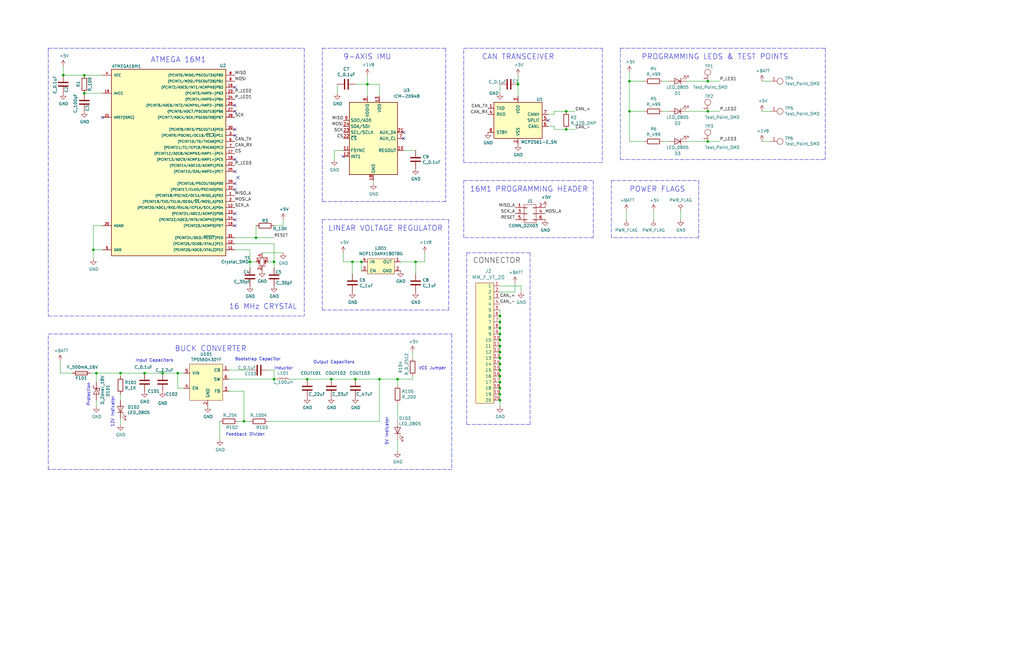
<source format=kicad_sch>
(kicad_sch (version 20211123) (generator eeschema)
  (paper "B")
  (title_block (title "OEM 9-Axis IMU") (date "2021-12-2") (rev "v01") (company "Olin Electric Motorsports") (comment 1 "Drew Pang"))
  (junction (at 210.82 161.29))
  (junction (at 298.45 34.29))
  (junction (at 105.41 110.49))
  (junction (at 210.82 168.91))
  (junction (at 102.87 177.8))
  (junction (at 115.57 110.49))
  (junction (at 265.43 46.99))
  (junction (at 35.56 39.37))
  (junction (at 50.8 157.48))
  (junction (at 298.45 59.69))
  (junction (at 210.82 143.51))
  (junction (at 210.82 151.13))
  (junction (at 210.82 158.75))
  (junction (at 218.44 35.56))
  (junction (at 210.82 153.67))
  (junction (at 107.95 100.33))
  (junction (at 265.43 34.29))
  (junction (at 149.86 160.02))
  (junction (at 210.82 146.05))
  (junction (at 210.82 148.59))
  (junction (at 152.4 110.49))
  (junction (at 210.82 138.43))
  (junction (at 148.59 110.49))
  (junction (at 238.76 46.99))
  (junction (at 210.82 166.37))
  (junction (at 210.82 133.35))
  (junction (at 154.94 35.56))
  (junction (at 129.54 160.02))
  (junction (at 160.02 160.02))
  (junction (at 40.64 157.48))
  (junction (at 26.67 31.75))
  (junction (at 210.82 135.89))
  (junction (at 139.7 160.02))
  (junction (at 210.82 140.97))
  (junction (at 238.76 54.61))
  (junction (at 115.57 160.02))
  (junction (at 39.37 105.41))
  (junction (at 175.26 110.49))
  (junction (at 60.96 157.48))
  (junction (at 167.64 160.02))
  (junction (at 210.82 163.83))
  (junction (at 35.56 31.75))
  (junction (at 68.58 157.48))
  (junction (at 74.93 157.48))
  (junction (at 210.82 156.21))
  (junction (at 298.45 46.99))
  (no_connect (at 99.06 46.99))
  (no_connect (at 144.78 66.04))
  (no_connect (at 99.06 67.31))
  (no_connect (at 99.06 80.01))
  (no_connect (at 100.33 74.93))
  (no_connect (at 170.18 58.42))
  (no_connect (at 99.06 77.47))
  (no_connect (at 99.06 92.71))
  (no_connect (at 170.18 55.88))
  (no_connect (at 99.06 90.17))
  (no_connect (at 99.06 36.83))
  (no_connect (at 99.06 72.39))
  (no_connect (at 99.06 54.61))
  (no_connect (at 99.06 44.45))
  (no_connect (at 99.06 57.15))
  (no_connect (at 43.18 49.53))
  (no_connect (at 99.06 95.25))
  (no_connect (at 231.14 50.8))
  (bus_entry (at -72.39 238.76) (size 2.54 2.54))
  (wire (pts (xy 115.57 95.25) (xy 119.38 95.25)))
  (wire (pts (xy 238.76 46.99) (xy 242.57 46.99)))
  (wire (pts (xy 154.94 35.56) (xy 154.94 40.64)))
  (wire (pts (xy 217.17 123.19) (xy 217.17 119.38)))
  (wire (pts (xy 105.41 110.49) (xy 105.41 105.41)))
  (polyline (pts (xy 261.62 20.32) (xy 261.62 67.31)))
  (polyline (pts (xy 254 68.58) (xy 195.58 68.58)))
  (wire (pts (xy 298.45 59.69) (xy 303.53 59.69)))
  (wire (pts (xy 99.06 100.33) (xy 107.95 100.33)))
  (wire (pts (xy 170.18 63.5) (xy 175.26 63.5)))
  (polyline (pts (xy 20.32 20.32) (xy 128.27 20.32)))
  (wire (pts (xy 210.82 163.83) (xy 210.82 166.37)))
  (polyline (pts (xy 195.58 20.32) (xy 254 20.32)))
  (wire (pts (xy 119.38 95.25) (xy 119.38 92.71)))
  (wire (pts (xy 140.97 63.5) (xy 140.97 67.31)))
  (wire (pts (xy 38.1 157.48) (xy 40.64 157.48)))
  (wire (pts (xy 210.82 130.81) (xy 210.82 133.35)))
  (wire (pts (xy 149.86 160.02) (xy 160.02 160.02)))
  (wire (pts (xy 265.43 46.99) (xy 271.78 46.99)))
  (polyline (pts (xy 195.58 76.2) (xy 250.19 76.2)))
  (polyline (pts (xy 187.96 20.32) (xy 187.96 85.09)))
  (wire (pts (xy 265.43 46.99) (xy 265.43 59.69)))
  (wire (pts (xy 50.8 157.48) (xy 50.8 158.75)))
  (wire (pts (xy 25.4 152.4) (xy 25.4 157.48)))
  (polyline (pts (xy 135.89 20.32) (xy 187.96 20.32)))
  (polyline (pts (xy 223.52 106.68) (xy 223.52 179.07)))
  (polyline (pts (xy 261.62 67.31) (xy 347.98 67.31)))
  (wire (pts (xy 39.37 105.41) (xy 39.37 95.25)))
  (wire (pts (xy 60.96 157.48) (xy 68.58 157.48)))
  (wire (pts (xy 175.26 110.49) (xy 179.07 110.49)))
  (wire (pts (xy 160.02 40.64) (xy 160.02 35.56)))
  (wire (pts (xy 160.02 160.02) (xy 167.64 160.02)))
  (wire (pts (xy 154.94 35.56) (xy 160.02 35.56)))
  (wire (pts (xy 279.4 34.29) (xy 281.94 34.29)))
  (wire (pts (xy 96.52 160.02) (xy 115.57 160.02)))
  (wire (pts (xy 210.82 148.59) (xy 210.82 151.13)))
  (wire (pts (xy 105.41 113.03) (xy 105.41 110.49)))
  (wire (pts (xy 92.71 177.8) (xy 92.71 185.42)))
  (wire (pts (xy 50.8 176.53) (xy 50.8 179.07)))
  (wire (pts (xy 110.49 106.68) (xy 119.38 106.68)))
  (wire (pts (xy 39.37 105.41) (xy 43.18 105.41)))
  (wire (pts (xy 218.44 35.56) (xy 218.44 31.75)))
  (wire (pts (xy 115.57 110.49) (xy 115.57 113.03)))
  (wire (pts (xy 154.94 35.56) (xy 149.86 35.56)))
  (polyline (pts (xy 190.5 140.97) (xy 190.5 198.12)))
  (polyline (pts (xy 196.85 106.68) (xy 196.85 179.07)))
  (polyline (pts (xy 254 20.32) (xy 254 68.58)))
  (wire (pts (xy 148.59 110.49) (xy 152.4 110.49)))
  (wire (pts (xy 210.82 140.97) (xy 210.82 143.51)))
  (wire (pts (xy 74.93 163.83) (xy 74.93 157.48)))
  (wire (pts (xy 289.56 46.99) (xy 298.45 46.99)))
  (polyline (pts (xy 257.81 100.33) (xy 257.81 76.2)))
  (wire (pts (xy 144.78 106.68) (xy 144.78 110.49)))
  (polyline (pts (xy 20.32 20.32) (xy 20.32 133.35)))
  (wire (pts (xy 39.37 95.25) (xy 43.18 95.25)))
  (wire (pts (xy 265.43 30.48) (xy 265.43 34.29)))
  (wire (pts (xy 96.52 165.1) (xy 102.87 165.1)))
  (wire (pts (xy 168.91 110.49) (xy 175.26 110.49)))
  (wire (pts (xy 231.14 53.34) (xy 233.68 53.34)))
  (wire (pts (xy 175.26 115.57) (xy 175.26 110.49)))
  (wire (pts (xy 113.03 110.49) (xy 115.57 110.49)))
  (polyline (pts (xy 195.58 68.58) (xy 195.58 20.32)))
  (wire (pts (xy 298.45 34.29) (xy 303.53 34.29)))
  (wire (pts (xy 275.59 92.71) (xy 275.59 88.9)))
  (wire (pts (xy 233.68 54.61) (xy 238.76 54.61)))
  (wire (pts (xy 179.07 106.68) (xy 179.07 110.49)))
  (wire (pts (xy 210.82 133.35) (xy 210.82 135.89)))
  (wire (pts (xy 289.56 34.29) (xy 298.45 34.29)))
  (wire (pts (xy 26.67 27.94) (xy 26.67 31.75)))
  (wire (pts (xy 107.95 100.33) (xy 115.57 100.33)))
  (wire (pts (xy 210.82 158.75) (xy 210.82 161.29)))
  (polyline (pts (xy 347.98 20.32) (xy 347.98 67.31)))
  (wire (pts (xy 325.12 59.69) (xy 321.31 59.69)))
  (wire (pts (xy 77.47 163.83) (xy 74.93 163.83)))
  (polyline (pts (xy 190.5 198.12) (xy 20.32 198.12)))
  (wire (pts (xy 154.94 35.56) (xy 154.94 31.75)))
  (wire (pts (xy 233.68 48.26) (xy 233.68 46.99)))
  (wire (pts (xy 40.64 157.48) (xy 50.8 157.48)))
  (wire (pts (xy 210.82 151.13) (xy 210.82 153.67)))
  (wire (pts (xy 298.45 46.99) (xy 303.53 46.99)))
  (polyline (pts (xy 128.27 20.32) (xy 128.27 133.35)))
  (wire (pts (xy 107.95 100.33) (xy 107.95 95.25)))
  (wire (pts (xy 144.78 110.49) (xy 148.59 110.49)))
  (wire (pts (xy 167.64 160.02) (xy 173.99 160.02)))
  (polyline (pts (xy 261.62 20.32) (xy 347.98 20.32)))
  (wire (pts (xy 231.14 48.26) (xy 233.68 48.26)))
  (wire (pts (xy 105.41 110.49) (xy 107.95 110.49)))
  (wire (pts (xy 265.43 34.29) (xy 265.43 46.99)))
  (polyline (pts (xy 135.89 92.71) (xy 135.89 130.81)))
  (wire (pts (xy 210.82 135.89) (xy 210.82 138.43)))
  (polyline (pts (xy 250.19 100.33) (xy 195.58 100.33)))
  (wire (pts (xy 102.87 177.8) (xy 105.41 177.8)))
  (wire (pts (xy 152.4 114.3) (xy 152.4 110.49)))
  (polyline (pts (xy 20.32 140.97) (xy 190.5 140.97)))
  (polyline (pts (xy 189.23 92.71) (xy 189.23 130.81)))
  (wire (pts (xy 40.64 161.29) (xy 40.64 157.48)))
  (wire (pts (xy 321.31 46.99) (xy 325.12 46.99)))
  (polyline (pts (xy 187.96 85.09) (xy 135.89 85.09)))
  (wire (pts (xy 210.82 161.29) (xy 210.82 163.83)))
  (polyline (pts (xy 20.32 198.12) (xy 20.32 140.97)))
  (wire (pts (xy 113.03 156.21) (xy 115.57 156.21)))
  (polyline (pts (xy 223.52 179.07) (xy 196.85 179.07)))
  (wire (pts (xy 210.82 146.05) (xy 210.82 148.59)))
  (wire (pts (xy 26.67 31.75) (xy 35.56 31.75)))
  (wire (pts (xy 115.57 160.02) (xy 116.84 160.02)))
  (wire (pts (xy 139.7 160.02) (xy 149.86 160.02)))
  (wire (pts (xy 210.82 120.65) (xy 219.71 120.65)))
  (wire (pts (xy 210.82 143.51) (xy 210.82 146.05)))
  (wire (pts (xy 115.57 102.87) (xy 99.06 102.87)))
  (wire (pts (xy 167.64 162.56) (xy 167.64 160.02)))
  (wire (pts (xy 210.82 166.37) (xy 210.82 168.91)))
  (wire (pts (xy 40.64 168.91) (xy 40.64 171.45)))
  (wire (pts (xy 121.92 160.02) (xy 129.54 160.02)))
  (wire (pts (xy 102.87 165.1) (xy 102.87 177.8)))
  (wire (pts (xy 35.56 39.37) (xy 43.18 39.37)))
  (wire (pts (xy 35.56 31.75) (xy 43.18 31.75)))
  (wire (pts (xy 39.37 109.22) (xy 39.37 105.41)))
  (wire (pts (xy 210.82 123.19) (xy 217.17 123.19)))
  (wire (pts (xy 157.48 76.2) (xy 157.48 77.47)))
  (wire (pts (xy 279.4 59.69) (xy 281.94 59.69)))
  (wire (pts (xy 96.52 156.21) (xy 105.41 156.21)))
  (polyline (pts (xy 195.58 100.33) (xy 195.58 76.2)))
  (polyline (pts (xy 135.89 130.81) (xy 189.23 130.81)))
  (wire (pts (xy 74.93 157.48) (xy 77.47 157.48)))
  (wire (pts (xy 265.43 59.69) (xy 271.78 59.69)))
  (wire (pts (xy 148.59 115.57) (xy 148.59 110.49)))
  (wire (pts (xy 50.8 166.37) (xy 50.8 168.91)))
  (wire (pts (xy 265.43 34.29) (xy 271.78 34.29)))
  (polyline (pts (xy 196.85 106.68) (xy 223.52 106.68)))
  (wire (pts (xy 287.02 88.9) (xy 287.02 92.71)))
  (polyline (pts (xy 135.89 92.71) (xy 189.23 92.71)))
  (wire (pts (xy 210.82 138.43) (xy 210.82 140.97)))
  (wire (pts (xy 144.78 63.5) (xy 140.97 63.5)))
  (polyline (pts (xy 294.64 76.2) (xy 294.64 100.33)))
  (wire (pts (xy 173.99 160.02) (xy 173.99 158.75)))
  (wire (pts (xy 142.24 39.37) (xy 142.24 35.56)))
  (polyline (pts (xy 20.32 133.35) (xy 128.27 133.35)))
  (wire (pts (xy 100.33 177.8) (xy 102.87 177.8)))
  (wire (pts (xy 238.76 54.61) (xy 242.57 54.61)))
  (wire (pts (xy 173.99 151.13) (xy 173.99 148.59)))
  (wire (pts (xy 321.31 34.29) (xy 325.12 34.29)))
  (wire (pts (xy 219.71 120.65) (xy 219.71 123.19)))
  (wire (pts (xy 115.57 110.49) (xy 115.57 102.87)))
  (wire (pts (xy 50.8 157.48) (xy 60.96 157.48)))
  (wire (pts (xy 233.68 46.99) (xy 238.76 46.99)))
  (wire (pts (xy 210.82 35.56) (xy 210.82 39.37)))
  (wire (pts (xy 25.4 157.48) (xy 30.48 157.48)))
  (wire (pts (xy 264.16 88.9) (xy 264.16 92.71)))
  (polyline (pts (xy 135.89 85.09) (xy 135.89 20.32)))
  (wire (pts (xy 129.54 160.02) (xy 139.7 160.02)))
  (wire (pts (xy 210.82 168.91) (xy 210.82 171.45)))
  (wire (pts (xy 279.4 46.99) (xy 281.94 46.99)))
  (wire (pts (xy 160.02 177.8) (xy 160.02 160.02)))
  (wire (pts (xy 210.82 153.67) (xy 210.82 156.21)))
  (wire (pts (xy 167.64 185.42) (xy 167.64 190.5)))
  (wire (pts (xy 115.57 156.21) (xy 115.57 160.02)))
  (wire (pts (xy 105.41 105.41) (xy 99.06 105.41)))
  (wire (pts (xy 210.82 156.21) (xy 210.82 158.75)))
  (polyline (pts (xy 250.19 76.2) (xy 250.19 100.33)))
  (wire (pts (xy 167.64 170.18) (xy 167.64 177.8)))
  (polyline (pts (xy 257.81 76.2) (xy 294.64 76.2)))
  (wire (pts (xy 289.56 59.69) (xy 298.45 59.69)))
  (polyline (pts (xy 294.64 100.33) (xy 257.81 100.33)))
  (wire (pts (xy 218.44 40.64) (xy 218.44 35.56)))
  (wire (pts (xy 68.58 157.48) (xy 74.93 157.48)))
  (wire (pts (xy 113.03 177.8) (xy 160.02 177.8)))
  (wire (pts (xy 233.68 53.34) (xy 233.68 54.61)))
  (text "Output Capacitors\n" (at 132.08 153.67 0) (effects (font (size 1.27 1.27)) (justify left bottom)))
  (text "VCC Jumper\n" (at 176.53 156.21 0) (effects (font (size 1.27 1.27)) (justify left bottom)))
  (text "Bootstrap Capacitor\n" (at 99.06 152.4 0) (effects (font (size 1.27 1.27)) (justify left bottom)))
  (text "12V Indicator" (at 48.26 180.34 90) (effects (font (size 1.27 1.27)) (justify left bottom)))
  (text "CAN TRANSCEIVER\n" (at 203.2 25.4 0) (effects (font (size 2.2606 2.2606)) (justify left bottom)))
  (text "Protection\n" (at 38.1 171.45 90) (effects (font (size 1.27 1.27)) (justify left bottom)))
  (text "16 MHz CRYSTAL\n" (at 96.52 130.81 0) (effects (font (size 2.2606 2.2606)) (justify left bottom)))
  (text "LINEAR VOLTAGE REGULATOR" (at 138.43 97.79 0) (effects (font (size 2.2606 2.2606)) (justify left bottom)))
  (text "Input Capacitors\n\n" (at 57.15 154.94 0) (effects (font (size 1.27 1.27)) (justify left bottom)))
  (text "16M1 PROGRAMMING HEADER\n" (at 198.12 81.28 0) (effects (font (size 2.2606 2.2606)) (justify left bottom)))
  (text "BUCK CONVERTER\n" (at 73.66 148.59 0) (effects (font (size 2.2606 2.2606)) (justify left bottom)))
  (text "POWER FLAGS\n" (at 265.43 81.28 0) (effects (font (size 2.2606 2.2606)) (justify left bottom)))
  (text "5V Indicator" (at 163.83 187.96 90) (effects (font (size 1.27 1.27)) (justify left bottom)))
  (text "Inductor\n" (at 115.57 156.21 0) (effects (font (size 1.27 1.27)) (justify left bottom)))
  (text "ATMEGA 16M1\n" (at 63.5 26.67 0) (effects (font (size 2.2606 2.2606)) (justify left bottom)))
  (text "PROGRAMMING LEDS & TEST POINTS" (at 270.51 25.4 0) (effects (font (size 2.2606 2.2606)) (justify left bottom)))
  (text "9-AXIS IMU" (at 144.78 25.4 0) (effects (font (size 2.2606 2.2606)) (justify left bottom)))
  (text "Feedback Divider\n" (at 95.25 184.15 0) (effects (font (size 1.27 1.27)) (justify left bottom)))
  (label "CS" (at 144.78 58.42 180))
  (label "MOSI_A" (at 229.87 90.17 0))
  (label "MISO" (at 144.78 50.8 180))
  (label "P_LED3" (at 303.53 59.69 0))
  (label "CAN_TX" (at 99.06 59.69 0))
  (label "MISO_A" (at 99.06 82.55 0))
  (label "P_LED2" (at 303.53 46.99 0))
  (label "P_LED1" (at 303.53 34.29 0))
  (label "CAN_-" (at 242.57 54.61 0))
  (label "MOSI" (at 144.78 53.34 180))
  (label "CAN_RX" (at 205.74 48.26 180))
  (label "CAN_RX" (at 99.06 62.23 0))
  (label "P_LED3" (at 99.06 69.85 0))
  (label "CS" (at 99.06 64.77 0))
  (label "MOSI" (at 99.06 34.29 0))
  (label "CAN_-" (at 210.82 128.27 0))
  (label "CONNECTOR" (at 199.39 111.76 0) (effects (font (size 2.2606 2.2606))))
  (label "P_LED1" (at 99.06 41.91 0))
  (label "MOSI_A" (at 99.06 85.09 0))
  (label "SCK" (at 99.06 49.53 0))
  (label "RESET" (at 217.17 92.71 180))
  (label "RESET" (at 115.57 100.33 0))
  (label "P_LED2" (at 99.06 39.37 0))
  (label "CAN_TX" (at 205.74 45.72 180))
  (label "CAN_+" (at 242.57 46.99 0))
  (label "SCK_A" (at 99.06 87.63 0))
  (label "SCK" (at 144.78 55.88 180))
  (label "MISO_A" (at 217.17 87.63 180))
  (label "SCK_A" (at 217.17 90.17 180))
  (label "MISO" (at 99.06 31.75 0))
  (label "CAN_+" (at 210.82 125.73 0))
  (symbol (lib_id "power:GND") (at 87.63 171.45 0) (unit 1)
    (property "Reference" "#PWR?" (effects hide))
    (property "Value" "GND" (at 87.757 175.8442 0))
  )
  (symbol (lib_id "power:GND") (at 68.58 165.1 0) (unit 1)
    (property "Reference" "#PWR?" (effects hide))
    (property "Value" "GND" (at 68.58 170.18 0))
  )
  (symbol (lib_id "power:GND") (at 60.96 165.1 0) (unit 1)
    (property "Reference" "#PWR?" (effects hide))
    (property "Value" "GND" (at 61.087 169.4942 0))
  )
  (symbol (lib_id "formula:C_0.1uF") (at 109.22 156.21 90) (unit 1)
    (property "Reference" "C103" (at 105.664 157.734 90))
    (property "Value" "C_0.1uF" (at 104.14 155.194 90))
    (property "Footprint" "footprints:C_0805_OEM" (effects hide))
    (property "Datasheet" "http://datasheets.avx.com/X7RDielectric.pdf" (effects hide))
    (property "MFN" "DK" (effects hide))
    (property "MPN" "478-3352-1-ND" (effects hide))
    (property "PurchasingLink" "https://www.digikey.com/products/en?keywords=478-3352-1-ND" (effects hide))
  )
  (symbol (lib_id "formula:C_2.2uF") (at 68.58 162.56 0) (unit 1)
    (property "Reference" "C102" (at 69.85 166.37 0) (effects (justify left)))
    (property "Value" "C_2.2uF" (at 65.532 156.21 0) (effects (justify left)))
    (property "Footprint" "footprints:C_0603_1608Metric" (effects hide))
    (property "Datasheet" "http://www.yageo.com/documents/recent/UPY-GPHC_X5R_4V-to-50V_25.pdf" (effects hide))
    (property "MFN" "DK" (effects hide))
    (property "MPN" "311-1451-1-ND" (effects hide))
    (property "PurchasingLink" "https://www.digikey.com/product-detail/en/yageo/CC0603KRX5R6BB225/311-1451-1-ND/2833757" (effects hide))
  )
  (symbol (lib_id "formula:C_0.1uF") (at 60.96 161.29 0) (unit 1)
    (property "Reference" "C101" (at 62.23 165.1 0) (effects (justify left)))
    (property "Value" "C_0.1uF" (at 56.642 154.94 0) (effects (justify left)))
    (property "Footprint" "footprints:C_0805_OEM" (effects hide))
    (property "Datasheet" "http://datasheets.avx.com/X7RDielectric.pdf" (effects hide))
    (property "MFN" "DK" (effects hide))
    (property "MPN" "478-3352-1-ND" (effects hide))
    (property "PurchasingLink" "https://www.digikey.com/products/en?keywords=478-3352-1-ND" (effects hide))
  )
  (symbol (lib_id "formula:R_100K") (at 109.22 177.8 270) (unit 1)
    (property "Reference" "R103" (at 107.95 180.34 90) (effects (justify left)))
    (property "Value" "R_100K" (at 105.41 175.26 90) (effects (justify left)))
    (property "Footprint" "footprints:R_0805_OEM" (effects hide))
    (property "Datasheet" "https://industrial.panasonic.com/cdbs/www-data/pdf/RDA0000/AOA0000C304.pdf" (effects hide))
    (property "MFN" "DK" (effects hide))
    (property "MPN" "P100KCCT-ND" (effects hide))
    (property "PurchasingLink" "https://www.digikey.com/product-detail/en/panasonic-electronic-components/ERJ-6ENF1003V/P100KCCT-ND/119551" (effects hide))
  )
  (symbol (lib_id "power:GND") (at 287.02 92.71 0) (unit 1)
    (property "Reference" "#PWR?" (effects hide))
    (property "Value" "GND" (at 287.147 97.1042 0))
  )
  (symbol (lib_id "formula:C_22uF") (at 129.54 163.83 0) (unit 1)
    (property "Reference" "COUT101" (at 126.746 157.48 0) (effects (justify left)))
    (property "Value" "C_22uF" (at 130.048 166.37 0) (effects (justify left)))
    (property "Footprint" "footprints:C_1206_OEM" (effects hide))
    (property "Datasheet" "https://product.tdk.com/info/en/catalog/datasheets/mlcc_commercial_general_en.pdf" (effects hide))
    (property "MFN" "DK" (effects hide))
    (property "MPN" "445-11693-1-ND" (effects hide))
    (property "PurchasingLink" "https://www.digikey.com/product-detail/en/tdk-corporation/C3216JB1C226M160AB/445-11693-1-ND/3953359" (effects hide))
  )
  (symbol (lib_id "formula:C_47uF") (at 149.86 163.83 0) (unit 1)
    (property "Reference" "COUT103" (at 147.32 157.48 0) (effects (justify left)))
    (property "Value" "C_47uF" (at 150.114 166.37 0) (effects (justify left)))
    (property "Footprint" "footprints:C_0805_OEM" (effects hide))
    (property "Datasheet" "http://www.samsungsem.com/kr/support/product-search/mlcc/__icsFiles/afieldfile/2018/06/22/CL21A476MQYNNNG.pdf" (effects hide))
    (property "MFN" "DK" (effects hide))
    (property "MPN" "1276-6467-1-ND" (effects hide))
    (property "PurchasingLink" "https://www.digikey.com/product-detail/en/samsung-electro-mechanics/CL21A476MQYNNNG/1276-6467-1-ND/5958095" (effects hide))
  )
  (symbol (lib_id "formula:C_33uF") (at 139.7 163.83 0) (unit 1)
    (property "Reference" "COUT102" (at 137.16 157.48 0) (effects (justify left)))
    (property "Value" "C_33uF" (at 139.954 166.37 0) (effects (justify left)))
    (property "Footprint" "footprints:Fuse_1812" (effects hide))
    (property "Datasheet" "https://product.tdk.com/info/en/catalog/datasheets/mlcc_commercial_general_en.pdf" (effects hide))
    (property "MFN" "C4532X7R1C336M250KC" (effects hide))
    (property "MPN" "445-3924-1-ND" (effects hide))
    (property "PurchasingLink" "https://www.digikey.com/product-detail/en/tdk-corporation/C4532X7R1C336M250KC/445-3924-1-ND/1923431" (effects hide))
  )
  (symbol (lib_id "formula:R_25K") (at 96.52 177.8 270) (unit 1)
    (property "Reference" "R102" (at 95.25 180.34 90) (effects (justify left)))
    (property "Value" "R_25K" (at 93.98 175.26 90) (effects (justify left)))
    (property "Footprint" "footprints:R_0805_OEM" (effects hide))
    (property "Datasheet" "https://www.te.com/commerce/DocumentDelivery/DDEController?Action=srchrtrv&DocNm=1773200-1&DocType=DS&DocLang=English" (effects hide))
    (property "MFN" "A124124CT-ND" (effects hide))
    (property "Digi-key Part Number" "CPF-A-0805B25KE" (effects hide))
    (property "PurchasingLink" "https://www.digikey.com/product-detail/en/te-connectivity-passive-product/CPF-A-0805B25KE/A124124CT-ND/5970044" (effects hide))
  )
  (symbol (lib_id "formula:F_500mA_16V") (at 34.29 157.48 270) (unit 1)
    (property "Reference" "F101" (at 34.29 159.512 90))
    (property "Value" "F_500mA_16V" (at 34.798 154.94 90))
    (property "Footprint" "footprints:Fuse_1210" (effects hide))
    (property "Datasheet" "https://belfuse.com/resources/CircuitProtection/datasheets/0ZCH%20Nov2016.pdf" (effects hide))
    (property "MFN" "DK" (effects hide))
    (property "MPN" "507-1786-1-ND" (effects hide))
    (property "PurchasingLink" "https://www.digikey.com/product-detail/en/bel-fuse-inc/0ZCH0050FF2G/507-1786-1-ND/4156209" (effects hide))
  )
  (symbol (lib_id "formula:R_0_2512") (at 173.99 154.94 0) (unit 1)
    (property "Reference" "R104" (at 168.91 154.94 90))
    (property "Value" "R_0_2512" (at 171.45 153.67 90))
    (property "Footprint" "footprints:R_2512_OEM" (effects hide))
    (property "Datasheet" "http://www.te.com/commerce/DocumentDelivery/DDEController?Action=srchrtrv&DocNm=9-1773463-7&DocType=DS&DocLang=English" (effects hide))
    (property "MFN" "DK" (effects hide))
    (property "MPN" "A121322CT-ND" (effects hide))
    (property "PurchasingLink" "https://www.digikey.com/products/en?keywords=A121322CT-ND" (effects hide))
  )
  (symbol (lib_id "formula:LED_0805") (at 167.64 181.61 90) (unit 1)
    (property "Reference" "D103" (at 168.148 176.53 90) (effects (justify right)))
    (property "Value" "LED_0805" (at 168.148 178.816 90) (effects (justify right)))
    (property "Footprint" "footprints:LED_0805_OEM" (effects hide))
    (property "Datasheet" "http://www.osram-os.com/Graphics/XPic9/00078860_0.pdf" (effects hide))
    (property "MFN" "DK" (effects hide))
    (property "MPN" "475-1410-1-ND" (effects hide))
    (property "PurchasingLink" "https://www.digikey.com/products/en?keywords=475-1410-1-ND" (effects hide))
  )
  (symbol (lib_id "formula:R_200") (at 167.64 166.37 0) (unit 1)
    (property "Reference" "R105" (at 169.418 165.2016 0) (effects (justify left)))
    (property "Value" "R_200" (at 169.418 167.513 0) (effects (justify left)))
    (property "Footprint" "footprints:R_0805_OEM" (effects hide))
    (property "Datasheet" "https://www.seielect.com/Catalog/SEI-RMCF_RMCP.pdf" (effects hide))
    (property "MFN" "DK" (effects hide))
    (property "MPN" "RMCF0805JT200RCT-ND" (effects hide))
    (property "PurchasingLink" "https://www.digikey.com/products/en?keywords=RMCF0805JT200RCT-ND" (effects hide))
  )
  (symbol (lib_id "power:GND") (at 167.64 190.5 0) (unit 1)
    (property "Reference" "#PWR?" (effects hide))
    (property "Value" "GND" (at 167.767 194.8942 0))
  )
  (symbol (lib_id "formula:D_Zener_18V") (at 40.64 165.1 270) (unit 1)
    (property "Reference" "D101" (at 45.466 164.846 0))
    (property "Value" "D_Zener_18V" (at 43.18 164.592 0))
    (property "Footprint" "footprints:DO-214AA" (effects hide))
    (property "Datasheet" "http://www.mccsemi.com/up_pdf/SMBJ5338B-SMBJ5388B(SMB).pdf" (effects hide))
    (property "MFN" "DK" (effects hide))
    (property "MPN" "SMBJ5355B-TPMSCT-ND" (effects hide))
    (property "PurchasingLink" "https://www.digikey.com/products/en?keywords=SMBJ5355B-TPMSCT-ND" (effects hide))
  )
  (symbol (lib_id "power:GND") (at 40.64 171.45 0) (unit 1)
    (property "Reference" "#PWR?" (effects hide))
    (property "Value" "GND" (at 40.767 175.8442 0))
  )
  (symbol (lib_id "formula:LED_0805") (at 50.8 172.72 90) (unit 1)
    (property "Reference" "D102" (at 53.7718 171.7548 90) (effects (justify right)))
    (property "Value" "LED_0805" (at 53.7718 174.0662 90) (effects (justify right)))
    (property "Footprint" "footprints:LED_0805_OEM" (effects hide))
    (property "Datasheet" "http://www.osram-os.com/Graphics/XPic9/00078860_0.pdf" (effects hide))
    (property "MFN" "DK" (effects hide))
    (property "MPN" "475-1410-1-ND" (effects hide))
    (property "PurchasingLink" "https://www.digikey.com/products/en?keywords=475-1410-1-ND" (effects hide))
  )
  (symbol (lib_id "power:GND") (at 50.8 179.07 0) (unit 1)
    (property "Reference" "#PWR?" (effects hide))
    (property "Value" "GND" (at 50.927 183.4642 0))
  )
  (symbol (lib_id "formula:TPS560430YF") (at 86.36 161.29 0) (unit 1)
    (property "Reference" "U101" (at 86.995 149.479 0))
    (property "Value" "TPS560430YF" (at 86.995 151.7904 0))
    (property "Footprint" "footprints:SOT-23-6_OEM" (effects hide))
    (property "Datasheet" "http://www.ti.com/lit/ds/symlink/tps560430.pdf" (effects hide))
    (property "MPN" "TPS560430YFDBVR" (effects hide))
    (property "MFN" "TPS560430YFDBVR-ND" (effects hide))
    (property "Purchasing Link" "https://www.digikey.com/product-detail/en/texas-instruments/TPS560430XDBVR/296-50420-6-ND/9685813" (effects hide))
  )
  (symbol (lib_id "power:GND") (at 92.71 185.42 0) (unit 1)
    (property "Reference" "#PWR?" (effects hide))
    (property "Value" "GND" (at 92.837 189.8142 0))
  )
  (symbol (lib_id "power:GND") (at 139.7 167.64 0) (unit 1)
    (property "Reference" "#PWR?" (effects hide))
    (property "Value" "GND" (at 139.827 172.0342 0))
  )
  (symbol (lib_id "formula:ATMEGA16M1") (at 71.12 74.93 0) (unit 1)
    (property "Reference" "U2" (at 93.98 27.686 0))
    (property "Value" "ATMEGA16M1" (at 53.34 27.94 0))
    (property "Footprint" "footprints:TQFP-32_7x7mm_Pitch0.8mm" (effects hide))
    (property "Datasheet" "http://ww1.microchip.com/downloads/en/DeviceDoc/Atmel-8209-8-bit%20AVR%20ATmega16M1-32M1-64M1_Datasheet.pdf" (effects hide))
    (property "MFN" "DK" (effects hide))
    (property "MPN" "ATMEGA16M1-AU-ND" (effects hide))
    (property "PurchasingLink" "https://www.digikey.com/product-detail/en/atmel/ATMEGA16M1-AU/ATMEGA16M1-AU-ND/2271208" (effects hide))
  )
  (symbol (lib_id "formula:R_100") (at 35.56 35.56 0) (unit 1)
    (property "Reference" "R1" (at 33.02 36.83 90) (effects (justify left)))
    (property "Value" "R_100" (at 37.846 38.608 90) (effects (justify left)))
    (property "Footprint" "footprints:R_0805_OEM" (effects hide))
    (property "Datasheet" "https://www.seielect.com/Catalog/SEI-rncp.pdf" (effects hide))
    (property "MFN" "DK" (effects hide))
    (property "MPN" "RNCP0805FTD100RCT-ND" (effects hide))
    (property "PurchasingLink" "https://www.digikey.com/products/en?keywords=RNCP0805FTD100RCT-ND" (effects hide))
  )
  (symbol (lib_id "formula:C_0.1uF") (at 26.67 35.56 0) (unit 1)
    (property "Reference" "C2" (at 27.94 39.116 90) (effects (justify left)))
    (property "Value" "C_0.1uF" (at 23.114 39.624 90) (effects (justify left)))
    (property "Footprint" "footprints:C_0805_OEM" (effects hide))
    (property "Datasheet" "http://datasheets.avx.com/X7RDielectric.pdf" (effects hide))
    (property "MFN" "DK" (effects hide))
    (property "MPN" "478-3352-1-ND" (effects hide))
    (property "PurchasingLink" "https://www.digikey.com/products/en?keywords=478-3352-1-ND" (effects hide))
  )
  (symbol (lib_id "formula:C_100pF") (at 35.56 43.18 0) (unit 1)
    (property "Reference" "C3" (at 36.83 46.99 90) (effects (justify left)))
    (property "Value" "C_100pF" (at 31.75 47.752 90) (effects (justify left)))
    (property "Footprint" "footprints:C_0805_OEM" (effects hide))
    (property "Datasheet" "https://katalog.we-online.de/pbs/datasheet/885012007057.pdf" (effects hide))
    (property "MFN" "DK" (effects hide))
    (property "MPN" "732-7852-1-ND" (effects hide))
    (property "PurchasingLink" "https://www.digikey.com/product-detail/en/wurth-electronics-inc/885012007057/732-7852-1-ND/5454479" (effects hide))
  )
  (symbol (lib_id "power:GND") (at 26.67 39.37 0) (unit 1)
    (property "Reference" "#PWR?" (effects hide))
    (property "Value" "GND" (at 26.797 43.7642 0))
  )
  (symbol (lib_id "power:GND") (at 35.56 46.99 0) (unit 1)
    (property "Reference" "#PWR?" (effects hide))
    (property "Value" "GND" (at 35.687 51.3842 0))
  )
  (symbol (lib_id "formula:Crystal_SMD") (at 110.49 110.49 0) (unit 1)
    (property "Reference" "Y1" (at 103.124 108.712 0) (effects (justify left)))
    (property "Value" "Crystal_SMD" (at 93.218 110.49 0) (effects (justify left)))
    (property "Footprint" "footprints:Crystal_SMD_FA238" (effects hide))
    (property "Datasheet" "http://www.txccorp.com/download/products/quartz_crystals/2015TXC_7M_17.pdf" (effects hide))
    (property "MFN" "DK" (effects hide))
    (property "MPN" "887-1125-1-ND" (effects hide))
    (property "PurchasingLink" "https://www.digikey.com/product-detail/en/txc-corporation/7M-16.000MAAJ-T/887-1125-1-ND/2119014" (effects hide))
  )
  (symbol (lib_id "formula:C_30pF") (at 105.41 116.84 0) (unit 1)
    (property "Reference" "C4" (at 102.616 114.808 0) (effects (justify left)))
    (property "Value" "C_30pF" (at 98.552 118.872 0) (effects (justify left)))
    (property "Footprint" "footprints:C_0805_OEM" (effects hide))
    (property "Datasheet" "https://media.digikey.com/pdf/Data%20Sheets/Samsung%20PDFs/CL_Series_MLCC_ds.pdf" (effects hide))
    (property "MFN" "DK" (effects hide))
    (property "MPN" "1276-1130-1-ND" (effects hide))
    (property "PurchasingLink" "https://www.digikey.com/product-detail/en/samsung-electro-mechanics-america-inc/CL21C300JBANNNC/1276-1130-1-ND/3889216" (effects hide))
  )
  (symbol (lib_id "formula:C_30pF") (at 115.57 116.84 0) (unit 1)
    (property "Reference" "C5" (at 116.078 114.808 0) (effects (justify left)))
    (property "Value" "C_30pF" (at 116.332 119.38 0) (effects (justify left)))
    (property "Footprint" "footprints:C_0805_OEM" (effects hide))
    (property "Datasheet" "https://media.digikey.com/pdf/Data%20Sheets/Samsung%20PDFs/CL_Series_MLCC_ds.pdf" (effects hide))
    (property "MFN" "DK" (effects hide))
    (property "MPN" "1276-1130-1-ND" (effects hide))
    (property "PurchasingLink" "https://www.digikey.com/product-detail/en/samsung-electro-mechanics-america-inc/CL21C300JBANNNC/1276-1130-1-ND/3889216" (effects hide))
  )
  (symbol (lib_id "formula:R_10K") (at 111.76 95.25 270) (unit 1)
    (property "Reference" "R3" (at 111.76 93.218 90))
    (property "Value" "R_10K" (at 118.11 96.52 90))
    (property "Footprint" "footprints:R_0805_OEM" (effects hide))
    (property "Datasheet" "http://www.bourns.com/data/global/pdfs/CRS.pdf" (effects hide))
    (property "MFN" "DK" (effects hide))
    (property "MPN" "CRS0805-FX-1002ELFCT-ND" (effects hide))
    (property "PurchasingLink" "https://www.digikey.com/products/en?keywords=CRS0805-FX-1002ELFCT-ND" (effects hide))
  )
  (symbol (lib_id "power:GND") (at 105.41 120.65 0) (unit 1)
    (property "Reference" "#PWR?" (effects hide))
    (property "Value" "GND" (at 105.537 125.0442 0))
  )
  (symbol (lib_id "power:GND") (at 115.57 120.65 0) (unit 1)
    (property "Reference" "#PWR?" (effects hide))
    (property "Value" "GND" (at 115.697 125.0442 0))
  )
  (symbol (lib_id "power:GND") (at 110.49 114.3 0) (unit 1)
    (property "Reference" "#PWR?" (effects hide))
    (property "Value" "GND" (at 110.617 118.6942 0))
  )
  (symbol (lib_id "power:GND") (at 119.38 106.68 0) (unit 1)
    (property "Reference" "#PWR?" (effects hide))
    (property "Value" "GND" (at 119.507 111.0742 0))
  )
  (symbol (lib_id "power:GND") (at 39.37 109.22 0) (unit 1)
    (property "Reference" "#PWR?" (effects hide))
    (property "Value" "GND" (at 39.497 113.6142 0))
  )
  (symbol (lib_id "formula:MCP2561-E_SN") (at 218.44 50.8 0) (unit 1)
    (property "Reference" "U1" (at 227.584 41.91 0))
    (property "Value" "MCP2561-E_SN" (at 227.33 59.944 0))
    (property "Footprint" "footprints:SOIC-8_3.9x4.9mm_Pitch1.27mm_OEM" (effects hide))
    (property "Datasheet" "http://www.microchip.com/mymicrochip/filehandler.aspx?ddocname=en561044" (effects hide))
    (property "MFN" "DK" (effects hide))
    (property "MPN" "MCP2561-E/SN-ND" (effects hide))
    (property "PurchasingLink" "https://www.digikey.com/products/en?keywords=mcp2561-e%2Fsn" (effects hide))
  )
  (symbol (lib_id "formula:C_0.1uF") (at 214.63 35.56 270) (unit 1)
    (property "Reference" "C1" (at 217.424 34.29 90))
    (property "Value" "C_0.1uF" (at 209.804 34.544 90))
    (property "Footprint" "footprints:C_0805_OEM" (effects hide))
    (property "Datasheet" "http://datasheets.avx.com/X7RDielectric.pdf" (effects hide))
    (property "MFN" "DK" (effects hide))
    (property "MPN" "478-3352-1-ND" (effects hide))
    (property "PurchasingLink" "https://www.digikey.com/products/en?keywords=478-3352-1-ND" (effects hide))
  )
  (symbol (lib_id "power:GND") (at 210.82 39.37 0) (unit 1)
    (property "Reference" "#PWR?" (effects hide))
    (property "Value" "GND" (at 208.28 39.37 0))
  )
  (symbol (lib_id "power:GND") (at 218.44 60.96 0) (unit 1)
    (property "Reference" "#PWR?" (effects hide))
    (property "Value" "GND" (at 218.567 65.3542 0))
  )
  (symbol (lib_id "power:GND") (at 205.74 55.88 0) (unit 1)
    (property "Reference" "#PWR?" (effects hide))
    (property "Value" "GND" (at 205.867 60.2742 0))
  )
  (symbol (lib_id "power:PWR_FLAG") (at 264.16 92.71 180) (unit 1)
    (property "Reference" "#FLG?" (effects hide))
    (property "Value" "PWR_FLAG" (at 264.16 97.1296 0))
  )
  (symbol (lib_id "power:PWR_FLAG") (at 275.59 92.71 180) (unit 1)
    (property "Reference" "#FLG?" (effects hide))
    (property "Value" "PWR_FLAG" (at 275.59 97.1296 0))
  )
  (symbol (lib_id "power:PWR_FLAG") (at 287.02 88.9 0) (unit 1)
    (property "Reference" "#FLG?" (effects hide))
    (property "Value" "PWR_FLAG" (at 287.02 84.4804 0))
  )
  (symbol (lib_id "formula:CONN_02X03") (at 223.52 90.17 0) (unit 1)
    (property "Reference" "J1" (at 223.52 84.836 0))
    (property "Value" "CONN_02X03" (at 220.726 95.25 0))
    (property "Footprint" "footprints:Pin_Header_Straight_2x03" (effects hide))
    (property "Datasheet" "http://portal.fciconnect.com/Comergent//fci/drawing/67996.pdf" (effects hide))
    (property "MFN" "DK" (effects hide))
    (property "MPN" "609-3234-ND" (effects hide))
    (property "PurchasingLink" "https://www.digikey.com/product-detail/en/amphenol-fci/67997-206HLF/609-3234-ND/1878491" (effects hide))
  )
  (symbol (lib_id "power:GND") (at 229.87 92.71 0) (unit 1)
    (property "Reference" "#PWR?" (effects hide))
    (property "Value" "GND" (at 229.997 97.1042 0))
  )
  (symbol (lib_id "formula:R_1K") (at 50.8 162.56 0) (unit 1)
    (property "Reference" "R101" (at 52.578 161.3916 0) (effects (justify left)))
    (property "Value" "R_1K" (at 52.578 163.703 0) (effects (justify left)))
    (property "Footprint" "footprints:R_0805_OEM" (effects hide))
    (property "Datasheet" "https://www.seielect.com/Catalog/SEI-rncp.pdf" (effects hide))
    (property "MFN" "DK" (effects hide))
    (property "MPN" "RNCP0805FTD1K00CT-ND" (effects hide))
    (property "PurchasingLink" "https://www.digikey.com/products/en?keywords=RNCP0805FTD1K00CT-ND" (effects hide))
  )
  (symbol (lib_id "power:GND") (at 129.54 167.64 0) (unit 1)
    (property "Reference" "#PWR?" (effects hide))
    (property "Value" "GND" (at 129.667 172.0342 0))
  )
  (symbol (lib_id "power:GND") (at 149.86 167.64 0) (unit 1)
    (property "Reference" "#PWR?" (effects hide))
    (property "Value" "GND" (at 149.987 172.0342 0))
  )
  (symbol (lib_id "formula:L_100uH") (at 119.38 160.02 0) (unit 1)
    (property "Reference" "L101" (at 119.38 157.48 0))
    (property "Value" "L_100uH" (at 119.38 161.29 0))
    (property "Footprint" "footprints:L_100uH_OEM" (effects hide))
    (property "Datasheet" "https://product.tdk.com/info/en/catalog/datasheets/inductor_commercial_decoupling_nlfv32-ef_en.pdf" (effects hide))
    (property "MFN" "Digikey" (effects hide))
    (property "MPN" "445-15759-1-ND" (effects hide))
    (property "Link" "https://www.digikey.com/product-detail/en/tdk-corporation/NLFV32T-101K-EF/445-15759-1-ND/4328055" (effects hide))
  )
  (symbol (lib_id "formula:R_120_DNP") (at 238.76 50.8 0) (unit 1)
    (property "Reference" "R2" (at 240.538 49.6316 0) (effects (justify left)))
    (property "Value" "R_120_DNP" (at 240.538 51.943 0) (effects (justify left)))
    (property "Footprint" "footprints:R_0805_OEM" (effects hide))
    (property "Datasheet" "https://www.mouser.com/datasheet/2/315/AOA0000C304-1149620.pdf" (effects hide))
    (property "MFN" "DK" (effects hide))
    (property "MPN" "667-ERJ-6ENF1200V" (effects hide))
    (property "PurchasingLink" "https://www.mouser.com/ProductDetail/Panasonic-Industrial-Devices/ERJ-6ENF1200V?qs=sGAEpiMZZMvdGkrng054t8AJgcdMkx7x%252bFQnctTMUmU%3d" (effects hide))
  )
  (symbol (lib_id "power:+5V") (at 173.99 148.59 0) (unit 1)
    (property "Reference" "#PWR?" (effects hide))
    (property "Value" "+5V" (at 174.371 144.1958 0))
  )
  (symbol (lib_id "power:+5V") (at 26.67 27.94 0) (unit 1)
    (property "Reference" "#PWR?" (effects hide))
    (property "Value" "+5V" (at 27.051 23.5458 0))
  )
  (symbol (lib_id "power:+5V") (at 229.87 87.63 0) (unit 1)
    (property "Reference" "#PWR?" (effects hide))
    (property "Value" "+5V" (at 230.251 83.2358 0))
  )
  (symbol (lib_id "power:+5V") (at 275.59 88.9 0) (unit 1)
    (property "Reference" "#PWR?" (effects hide))
    (property "Value" "+5V" (at 275.971 84.5058 0))
  )
  (symbol (lib_id "formula:ICM-20948") (at 157.48 58.42 0) (unit 1)
    (property "Reference" "U3" (at 171.45 38.1 0))
    (property "Value" "ICM-20948" (at 171.45 40.64 0))
    (property "Footprint" "Sensor_Motion:InvenSense_QFN-24_3x3mm_P0.4mm" (effects hide))
    (property "Datasheet" "http://www.invensense.com/wp-content/uploads/2016/06/DS-000189-ICM-20948-v1.3.pdf" (effects hide))
  )
  (symbol (lib_id "formula:NCP110AMX180TBG") (at 154.94 115.57 0) (unit 1)
    (property "Reference" "LDO1" (at 160.655 104.775 0))
    (property "Value" "NCP110AMX180TBG" (at 160.655 107.0864 0))
    (property "Footprint" "footprints:VREG_NCP170AMX135TCG" (effects hide))
    (property "Datasheet" "https://www.onsemi.com/pdf/datasheet/ncp110-d.pdf" (effects hide))
    (property "Purchasing Link" "https://www.mouser.com/ProductDetail/onsemi/NCP110AMX180TBG?qs=f9yNj16SXrJuTjfcDZVbNA%3D%3D" (effects hide))
    (property "Alt Purchasing Link" "https://www.digikey.com/en/products/detail/onsemi/NCP110AMX180TBG/8258541?s=N4IgTCBcDaIHIGEAKBGFAGAggWQBooA50AVAIQHEQBdAXyA" (effects hide))
  )
  (symbol (lib_id "power:GND") (at 168.91 114.3 0) (unit 1)
    (property "Reference" "#PWR?" (effects hide))
    (property "Value" "GND" (at 169.037 118.6942 0))
  )
  (symbol (lib_id "power:GND") (at 157.48 77.47 0) (unit 1)
    (property "Reference" "#PWR?" (effects hide))
    (property "Value" "GND" (at 157.607 81.8642 0))
  )
  (symbol (lib_id "formula:C_1uF") (at 148.59 120.65 0) (unit 1)
    (property "Reference" "C6" (at 151.511 118.2116 0) (effects (justify left)))
    (property "Value" "C_1uF" (at 151.511 120.523 0) (effects (justify left)))
    (property "Footprint" "footprints:C_0805_OEM" (effects hide))
    (property "Datasheet" "https://www.yageo.com/upload/media/product/productsearch/datasheet/mlcc/UPY-GPHC_Y5V_6.3V-to-50V_9.pdf" (effects hide))
    (property "PurchasingLink" "https://www.digikey.com/product-detail/en/yageo/CC0805ZKY5V9BB105/311-1909-1-ND/5195811#images" (effects hide))
  )
  (symbol (lib_id "power:GND") (at 148.59 123.19 0) (unit 1)
    (property "Reference" "#PWR?" (effects hide))
    (property "Value" "GND" (at 148.717 127.5842 0))
  )
  (symbol (lib_id "formula:C_1uF") (at 175.26 120.65 0) (unit 1)
    (property "Reference" "C8" (at 178.181 118.2116 0) (effects (justify left)))
    (property "Value" "C_1uF" (at 178.181 120.523 0) (effects (justify left)))
    (property "Footprint" "footprints:C_0805_OEM" (effects hide))
    (property "Datasheet" "https://www.yageo.com/upload/media/product/productsearch/datasheet/mlcc/UPY-GPHC_Y5V_6.3V-to-50V_9.pdf" (effects hide))
    (property "PurchasingLink" "https://www.digikey.com/product-detail/en/yageo/CC0805ZKY5V9BB105/311-1909-1-ND/5195811#images" (effects hide))
  )
  (symbol (lib_id "power:GND") (at 175.26 123.19 0) (unit 1)
    (property "Reference" "#PWR?" (effects hide))
    (property "Value" "GND" (at 175.387 127.5842 0))
  )
  (symbol (lib_id "formula:MM_F_VT_20") (at 207.01 148.59 0) (unit 1)
    (property "Reference" "J2" (at 205.9432 114.3762 0) (effects (font (size 1.524 1.524))))
    (property "Value" "MM_F_VT_20" (at 205.9432 117.0686 0) (effects (font (size 1.524 1.524))))
    (property "Footprint" "footprints:micromatch_female_vert_20" (effects hide))
    (property "Datasheet" "http://www.te.com/commerce/DocumentDelivery/DDEController?Action=showdoc&DocId=Customer+Drawing%7F338068%7FF1%7Fpdf%7FEnglish%7FENG_CD_338068_F1.pdf%7F2-338068-0" (effects hide))
    (property "MFN" "TE" (effects hide))
    (property "MPN" "2-338068-0" (effects hide))
    (property "PurchasingLink" "http://www.te.com/global-en/product-2-338068-0.html" (effects hide))
  )
  (symbol (lib_id "power:GND") (at 142.24 39.37 0) (unit 1)
    (property "Reference" "#PWR?" (effects hide))
    (property "Value" "GND" (at 142.367 43.7642 0))
  )
  (symbol (lib_id "formula:C_0.1uF") (at 146.05 35.56 270) (unit 1)
    (property "Reference" "C7" (at 146.05 29.1592 90))
    (property "Value" "C_0.1uF" (at 146.05 31.4706 90))
    (property "Footprint" "footprints:C_0805_OEM" (effects hide))
    (property "Datasheet" "http://datasheets.avx.com/X7RDielectric.pdf" (effects hide))
    (property "MFN" "DK" (effects hide))
    (property "MPN" "478-3352-1-ND" (effects hide))
    (property "PurchasingLink" "https://www.digikey.com/products/en?keywords=478-3352-1-ND" (effects hide))
  )
  (symbol (lib_id "power:+1V8") (at 154.94 31.75 0) (unit 1)
    (property "Reference" "#PWR?" (effects hide))
    (property "Value" "+1V8" (at 155.321 27.3558 0))
  )
  (symbol (lib_id "power:+1V8") (at 179.07 106.68 0) (unit 1)
    (property "Reference" "#PWR?" (effects hide))
    (property "Value" "+1V8" (at 179.451 102.2858 0))
  )
  (symbol (lib_id "power:GND") (at 140.97 67.31 0) (unit 1)
    (property "Reference" "#PWR?" (effects hide))
    (property "Value" "GND" (at 141.097 71.7042 0))
  )
  (symbol (lib_id "formula:C_0.1uF") (at 175.26 67.31 180) (unit 1)
    (property "Reference" "C9" (at 178.181 66.1416 0) (effects (justify right)))
    (property "Value" "C_0.1uF" (at 178.181 68.453 0) (effects (justify right)))
    (property "Footprint" "footprints:C_0805_OEM" (effects hide))
    (property "Datasheet" "http://datasheets.avx.com/X7RDielectric.pdf" (effects hide))
    (property "MFN" "DK" (effects hide))
    (property "MPN" "478-3352-1-ND" (effects hide))
    (property "PurchasingLink" "https://www.digikey.com/products/en?keywords=478-3352-1-ND" (effects hide))
  )
  (symbol (lib_id "power:GND") (at 175.26 71.12 0) (unit 1)
    (property "Reference" "#PWR?" (effects hide))
    (property "Value" "GND" (at 175.387 75.5142 0))
  )
  (symbol (lib_id "power:GND") (at 210.82 171.45 0) (unit 1)
    (property "Reference" "#PWR?" (effects hide))
    (property "Value" "GND" (at 210.947 175.8442 0))
  )
  (symbol (lib_id "formula:Test_Point_SMD") (at 298.45 33.02 0) (unit 1)
    (property "Reference" "TP1" (at 297.18 27.94 0) (effects (justify left)))
    (property "Value" "Test_Point_SMD" (at 292.1 36.83 0) (effects (justify left)))
    (property "Footprint" "footprints:Test_Point_SMD" (effects hide))
  )
  (symbol (lib_id "power:GND") (at 219.71 123.19 0) (unit 1)
    (property "Reference" "#PWR?" (effects hide))
    (property "Value" "GND" (at 219.837 127.5842 0))
  )
  (symbol (lib_id "formula:Test_Point_SMD") (at 298.45 45.72 0) (unit 1)
    (property "Reference" "TP2" (at 297.18 40.64 0) (effects (justify left)))
    (property "Value" "Test_Point_SMD" (at 297.18 49.53 0) (effects (justify left)))
    (property "Footprint" "footprints:Test_Point_SMD" (effects hide))
  )
  (symbol (lib_id "formula:Test_Point_SMD") (at 298.45 58.42 0) (unit 1)
    (property "Reference" "TP3" (at 297.18 53.34 0) (effects (justify left)))
    (property "Value" "Test_Point_SMD" (at 297.18 62.23 0) (effects (justify left)))
    (property "Footprint" "footprints:Test_Point_SMD" (effects hide))
  )
  (symbol (lib_id "formula:Test_Point_SMD") (at 326.39 34.29 270) (unit 1)
    (property "Reference" "TP4" (at 330.9112 32.9946 90) (effects (justify left)))
    (property "Value" "Test_Point_SMD" (at 330.9112 35.306 90) (effects (justify left)))
    (property "Footprint" "footprints:Test_Point_SMD" (effects hide))
  )
  (symbol (lib_id "formula:Test_Point_SMD") (at 326.39 46.99 270) (unit 1)
    (property "Reference" "TP5" (at 330.9112 45.6946 90) (effects (justify left)))
    (property "Value" "Test_Point_SMD" (at 330.9112 48.006 90) (effects (justify left)))
    (property "Footprint" "footprints:Test_Point_SMD" (effects hide))
  )
  (symbol (lib_id "formula:Test_Point_SMD") (at 326.39 59.69 270) (unit 1)
    (property "Reference" "TP6" (at 330.9112 58.3946 90) (effects (justify left)))
    (property "Value" "Test_Point_SMD" (at 330.9112 60.706 90) (effects (justify left)))
    (property "Footprint" "footprints:Test_Point_SMD" (effects hide))
  )
  (symbol (lib_id "power:+5V") (at 321.31 46.99 0) (unit 1)
    (property "Reference" "#PWR?" (effects hide))
    (property "Value" "+5V" (at 321.691 42.5958 0))
  )
  (symbol (lib_id "power:+1V8") (at 321.31 59.69 0) (unit 1)
    (property "Reference" "#PWR?" (effects hide))
    (property "Value" "+1V8" (at 321.691 55.2958 0))
  )
  (symbol (lib_id "formula:R_499") (at 275.59 34.29 270) (unit 1)
    (property "Reference" "R4" (at 275.59 29.0322 90))
    (property "Value" "R_499" (at 275.59 31.3436 90))
    (property "Footprint" "footprints:R_0805_OEM" (effects hide))
    (property "Datasheet" "https://industrial.panasonic.com/cdbs/www-data/pdf/RDA0000/AOA0000C304.pdf" (effects hide))
    (property "MFN" "DK" (effects hide))
    (property "MPN" "P499CCT-ND" (effects hide))
    (property "PurchasingLink" "https://www.digikey.com/product-detail/en/panasonic-electronic-components/ERJ-6ENF4990V/P499CCT-ND/118870" (effects hide))
  )
  (symbol (lib_id "formula:R_499") (at 275.59 46.99 270) (unit 1)
    (property "Reference" "R5" (at 275.59 41.7322 90))
    (property "Value" "R_499" (at 275.59 44.0436 90))
    (property "Footprint" "footprints:R_0805_OEM" (effects hide))
    (property "Datasheet" "https://industrial.panasonic.com/cdbs/www-data/pdf/RDA0000/AOA0000C304.pdf" (effects hide))
    (property "MFN" "DK" (effects hide))
    (property "MPN" "P499CCT-ND" (effects hide))
    (property "PurchasingLink" "https://www.digikey.com/product-detail/en/panasonic-electronic-components/ERJ-6ENF4990V/P499CCT-ND/118870" (effects hide))
  )
  (symbol (lib_id "formula:R_499") (at 275.59 59.69 270) (unit 1)
    (property "Reference" "R6" (at 275.59 54.4322 90))
    (property "Value" "R_499" (at 275.59 56.7436 90))
    (property "Footprint" "footprints:R_0805_OEM" (effects hide))
    (property "Datasheet" "https://industrial.panasonic.com/cdbs/www-data/pdf/RDA0000/AOA0000C304.pdf" (effects hide))
    (property "MFN" "DK" (effects hide))
    (property "MPN" "P499CCT-ND" (effects hide))
    (property "PurchasingLink" "https://www.digikey.com/product-detail/en/panasonic-electronic-components/ERJ-6ENF4990V/P499CCT-ND/118870" (effects hide))
  )
  (symbol (lib_id "formula:LED_0805") (at 285.75 34.29 180) (unit 1)
    (property "Reference" "D1" (at 285.75 39.37 0))
    (property "Value" "LED_0805" (at 285.75 36.83 0))
    (property "Footprint" "footprints:LED_0805_OEM" (effects hide))
    (property "Datasheet" "http://www.osram-os.com/Graphics/XPic9/00078860_0.pdf" (effects hide))
    (property "MFN" "DK" (effects hide))
    (property "MPN" "475-1410-1-ND" (effects hide))
    (property "PurchasingLink" "https://www.digikey.com/products/en?keywords=475-1410-1-ND" (effects hide))
  )
  (symbol (lib_id "formula:LED_0805") (at 285.75 46.99 180) (unit 1)
    (property "Reference" "D2" (at 285.75 52.07 0))
    (property "Value" "LED_0805" (at 285.75 49.53 0))
    (property "Footprint" "footprints:LED_0805_OEM" (effects hide))
    (property "Datasheet" "http://www.osram-os.com/Graphics/XPic9/00078860_0.pdf" (effects hide))
    (property "MFN" "DK" (effects hide))
    (property "MPN" "475-1410-1-ND" (effects hide))
    (property "PurchasingLink" "https://www.digikey.com/products/en?keywords=475-1410-1-ND" (effects hide))
  )
  (symbol (lib_id "formula:LED_0805") (at 285.75 59.69 180) (unit 1)
    (property "Reference" "D3" (at 285.75 64.77 0))
    (property "Value" "LED_0805" (at 285.75 62.23 0))
    (property "Footprint" "footprints:LED_0805_OEM" (effects hide))
    (property "Datasheet" "http://www.osram-os.com/Graphics/XPic9/00078860_0.pdf" (effects hide))
    (property "MFN" "DK" (effects hide))
    (property "MPN" "475-1410-1-ND" (effects hide))
    (property "PurchasingLink" "https://www.digikey.com/products/en?keywords=475-1410-1-ND" (effects hide))
  )
  (symbol (lib_id "power:+BATT") (at 264.16 88.9 0) (unit 1)
    (property "Reference" "#PWR?" (effects hide))
    (property "Value" "+BATT" (at 264.541 84.5058 0))
  )
  (symbol (lib_id "power:+BATT") (at 217.17 119.38 0) (unit 1)
    (property "Reference" "#PWR?" (effects hide))
    (property "Value" "+BATT" (at 217.551 114.9858 0))
  )
  (symbol (lib_id "power:+BATT") (at 25.4 152.4 0) (unit 1)
    (property "Reference" "#PWR?" (effects hide))
    (property "Value" "+BATT" (at 25.781 148.0058 0))
  )
  (symbol (lib_id "power:+BATT") (at 321.31 34.29 0) (unit 1)
    (property "Reference" "#PWR?" (effects hide))
    (property "Value" "+BATT" (at 321.691 29.8958 0))
  )
  (symbol (lib_id "power:+5V") (at 119.38 92.71 0) (unit 1)
    (property "Reference" "#PWR?" (effects hide))
    (property "Value" "+5V" (at 119.761 88.3158 0))
  )
  (symbol (lib_id "power:+5V") (at 144.78 106.68 0) (unit 1)
    (property "Reference" "#PWR?" (effects hide))
    (property "Value" "+5V" (at 145.161 102.2858 0))
  )
  (symbol (lib_id "power:+5V") (at 218.44 31.75 0) (unit 1)
    (property "Reference" "#PWR?" (effects hide))
    (property "Value" "+5V" (at 218.821 27.3558 0))
  )
  (symbol (lib_id "power:+5V") (at 265.43 30.48 0) (unit 1)
    (property "Reference" "#PWR?" (effects hide))
    (property "Value" "+5V" (at 265.811 26.0858 0))
  )
)
</source>
